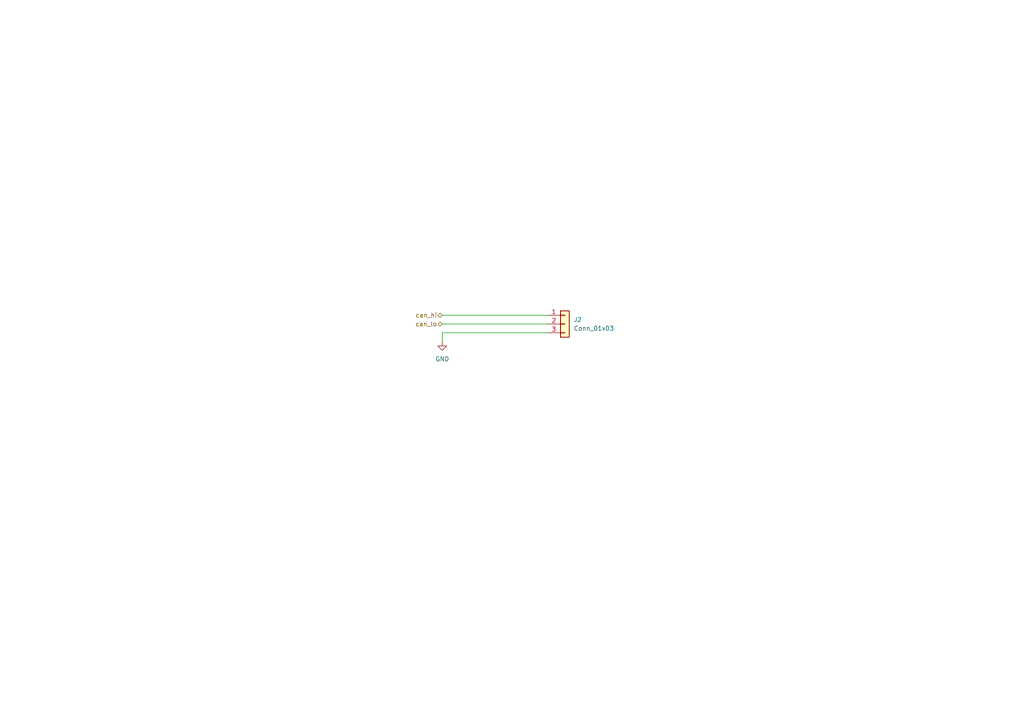
<source format=kicad_sch>
(kicad_sch (version 20231120) (generator "eeschema") (generator_version "8.0")
  (paper "A4")
  (lib_symbols
    (symbol "Connector_Generic:Conn_01x03" (pin_names (offset 1.016) hide)
      (property "Reference" "J" (at 0 5.08 0))
      (property "Value" "Conn_01x03" (at 0 -5.08 0))
      (symbol "Conn_01x03_1_1"
        (rectangle (start -1.27 -2.413) (end 0 -2.667) (stroke (width 0.1524)))
        (rectangle (start -1.27 0.127) (end 0 -0.127) (stroke (width 0.1524)))
        (rectangle (start -1.27 2.667) (end 0 2.413) (stroke (width 0.1524)))
        (rectangle (start -1.27 3.81) (end 1.27 -3.81) (stroke (width 0.254)) (fill (type background)))
        (pin passive line (at -5.08 2.54 0) (length 3.81) (name "Pin_1") (number "1"))
        (pin passive line (at -5.08 0 0) (length 3.81) (name "Pin_2") (number "2"))
        (pin passive line (at -5.08 -2.54 0) (length 3.81) (name "Pin_3") (number "3"))
      )
    )
    (symbol "power:GND" (power) (pin_numbers hide) (pin_names (offset 0) hide)
      (property "Value" "GND" (at 0 -3.81 0))
      (symbol "GND_0_1"
        (polyline (pts (xy 0 0) (xy 0 -1.27) (xy 1.27 -1.27) (xy 0 -2.54) (xy -1.27 -1.27) (xy 0 -1.27)))
      )
      (symbol "GND_1_1"
        (pin power_in line (at 0 0 270) (length 0) (name "~") (number "1"))
      )
    )
  )
  (wire (pts (xy 128.27 96.52) (xy 158.75 96.52)))
  (wire (pts (xy 128.27 99.06) (xy 128.27 96.52)))
  (wire (pts (xy 128.27 91.44) (xy 158.75 91.44)))
  (wire (pts (xy 128.27 93.98) (xy 158.75 93.98)))
  (hierarchical_label "can_hi" (shape bidirectional) (at 128.27 91.44 180))
  (hierarchical_label "can_lo" (shape bidirectional) (at 128.27 93.98 180))
  (symbol (lib_id "Connector_Generic:Conn_01x03") (at 163.83 93.98 0) (unit 1)
    (property "Reference" "J2" (at 166.37 92.7099 0) (effects (justify left)))
    (property "Value" "Conn_01x03" (at 166.37 95.2499 0) (effects (justify left)))
    (property "Description" "Generic connector, single row, 01x03, script generated (kicad-library-utils/schlib/autogen/connector/)" (effects (hide yes)))
  )
  (symbol (lib_id "power:GND") (at 128.27 99.06 0) (unit 1)
    (property "Reference" "#PWR0111" (effects (hide yes)))
    (property "Value" "GND" (at 128.27 104.14 0))
    (property "Description" "Power symbol creates a global label with name \"GND\" , ground" (effects (hide yes)))
  )
)
</source>
